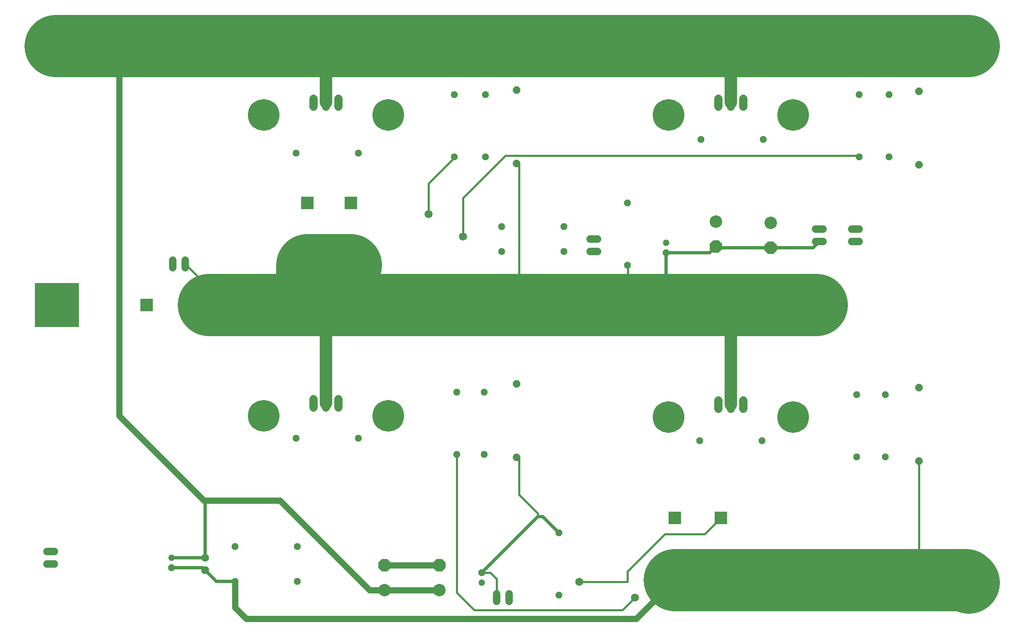
<source format=gbl>
G75*
G70*
%OFA0B0*%
%FSLAX24Y24*%
%IPPOS*%
%LPD*%
%AMOC8*
5,1,8,0,0,1.08239X$1,22.5*
%
%ADD10C,0.0660*%
%ADD11C,0.2540*%
%ADD12R,0.1000X0.1000*%
%ADD13C,0.0600*%
%ADD14R,0.3543X0.3543*%
%ADD15OC8,0.0560*%
%ADD16OC8,0.0600*%
%ADD17C,0.1000*%
%ADD18OC8,0.1000*%
%ADD19OC8,0.0630*%
%ADD20C,0.0630*%
%ADD21OC8,0.0520*%
%ADD22C,0.0520*%
%ADD23C,0.5000*%
%ADD24C,0.1000*%
%ADD25C,0.0160*%
%ADD26C,0.0500*%
%ADD27C,0.0250*%
%ADD28C,0.0650*%
D10*
X024101Y017871D02*
X024101Y018531D01*
X025101Y018531D02*
X025101Y017871D01*
X026101Y017871D02*
X026101Y018531D01*
X056601Y018431D02*
X056601Y017771D01*
X057601Y017771D02*
X057601Y018431D01*
X058601Y018431D02*
X058601Y017771D01*
X058601Y042021D02*
X058601Y042681D01*
X057601Y042681D02*
X057601Y042021D01*
X056601Y042021D02*
X056601Y042681D01*
X026101Y042681D02*
X026101Y042021D01*
X025101Y042021D02*
X025101Y042681D01*
X024101Y042681D02*
X024101Y042021D01*
D11*
X020101Y041351D03*
X030101Y041351D03*
X052601Y041351D03*
X062601Y041351D03*
X062601Y017101D03*
X052601Y017101D03*
X030101Y017201D03*
X020101Y017201D03*
D12*
X015701Y026101D03*
X010701Y026101D03*
X023601Y029301D03*
X027101Y029301D03*
X027101Y034301D03*
X023601Y034301D03*
X053101Y009001D03*
X056801Y009001D03*
X056801Y004001D03*
X053101Y004001D03*
D13*
X003301Y005301D02*
X002701Y005301D01*
X002701Y006301D02*
X003301Y006301D01*
X038801Y002901D02*
X038801Y002301D01*
X039801Y002301D02*
X039801Y002901D01*
X013801Y029101D02*
X013801Y029701D01*
X012801Y029701D02*
X012801Y029101D01*
X046301Y030401D02*
X046901Y030401D01*
X046901Y031401D02*
X046301Y031401D01*
X064401Y031201D02*
X065001Y031201D01*
X065001Y032201D02*
X064401Y032201D01*
X067301Y032201D02*
X067901Y032201D01*
X067901Y031201D02*
X067301Y031201D01*
D14*
X076701Y046901D03*
X076701Y003801D03*
X003501Y026101D03*
X003401Y046901D03*
D15*
X022701Y038301D03*
X027701Y038301D03*
X035401Y038001D03*
X037901Y038001D03*
X037901Y043001D03*
X035401Y043001D03*
X049301Y034301D03*
X044201Y032401D03*
X044201Y030401D03*
X049301Y029301D03*
X039201Y030401D03*
X039201Y032401D03*
X055201Y039401D03*
X060201Y039401D03*
X067901Y038001D03*
X070301Y038001D03*
X070301Y043001D03*
X067901Y043001D03*
X037801Y019101D03*
X035601Y019101D03*
X035601Y014101D03*
X037801Y014101D03*
X043801Y007801D03*
X043801Y002801D03*
X055101Y015201D03*
X060101Y015201D03*
X067701Y013901D03*
X070001Y013901D03*
X070001Y018901D03*
X067701Y018901D03*
X027701Y015401D03*
X022701Y015401D03*
X022801Y006701D03*
X022801Y003901D03*
X017801Y003901D03*
X017801Y006701D03*
D16*
X040401Y013851D03*
X040401Y019751D03*
X040401Y037451D03*
X040401Y043351D03*
X072701Y043251D03*
X072701Y037351D03*
X072701Y019451D03*
X072701Y013551D03*
D17*
X060801Y032701D03*
X056401Y032801D03*
X034201Y003201D03*
X029801Y003201D03*
D18*
X029801Y005201D03*
X034201Y005201D03*
X056401Y030801D03*
X060801Y030701D03*
D19*
X015401Y004801D03*
D20*
X015401Y005801D03*
D21*
X012701Y005001D03*
X037601Y004601D03*
X052401Y030301D03*
D22*
X052401Y031101D03*
X012701Y005801D03*
X037601Y003801D03*
D23*
X053101Y004001D02*
X056801Y004001D01*
X073001Y004001D01*
X076501Y004001D01*
X076701Y003801D01*
X064501Y026101D02*
X060851Y026101D01*
X049351Y026101D01*
X040601Y026101D01*
X025001Y026101D01*
X023601Y026101D01*
X023601Y029301D01*
X027101Y029301D01*
X023601Y026101D02*
X015701Y026101D01*
X008401Y046901D02*
X003401Y046901D01*
X008401Y046901D02*
X025101Y046901D01*
X057501Y046901D01*
X076701Y046901D01*
D24*
X057501Y046901D02*
X057501Y048901D01*
X057601Y048901D01*
X057601Y042351D01*
X057601Y026101D02*
X057601Y018101D01*
X057601Y026101D02*
X060851Y026101D01*
X025101Y026301D02*
X025101Y018201D01*
X025001Y026101D02*
X025001Y026301D01*
X025101Y026301D01*
X025101Y042351D02*
X025101Y046901D01*
D25*
X035401Y038001D02*
X035351Y037851D01*
X033351Y035851D01*
X033351Y033401D01*
X036101Y034701D02*
X036101Y031601D01*
X036101Y034701D02*
X039501Y038101D01*
X067851Y038101D01*
X067901Y038001D01*
X064851Y028351D02*
X064501Y026101D01*
X049351Y026101D02*
X049351Y029101D01*
X049301Y029301D01*
X040601Y026101D02*
X040601Y037351D01*
X040401Y037451D01*
X014851Y028351D02*
X015701Y026101D01*
X014851Y028351D02*
X013801Y029401D01*
X035601Y014101D02*
X035601Y003001D01*
X037001Y001601D01*
X048901Y001601D01*
X049901Y002601D01*
X049301Y003851D02*
X049301Y004701D01*
X052301Y007701D01*
X055501Y007701D01*
X056801Y009001D01*
X049301Y003851D02*
X045451Y003851D01*
X038801Y004101D02*
X038801Y002601D01*
X038801Y004101D02*
X038301Y004601D01*
X037601Y004601D01*
X042101Y009101D02*
X042101Y009351D01*
X040601Y010851D01*
X040601Y013851D01*
X040401Y013851D01*
X012701Y005801D02*
X012601Y005851D01*
X072701Y004301D02*
X073001Y004001D01*
X072701Y004301D02*
X072701Y013551D01*
D26*
X053101Y004001D02*
X050001Y000901D01*
X018701Y000901D01*
X017801Y001801D01*
X017801Y003901D01*
X015501Y010401D02*
X021401Y010401D01*
X028601Y003201D01*
X029801Y003201D01*
X034201Y003201D01*
X034201Y005201D02*
X029801Y005201D01*
X015501Y010401D02*
X015301Y010401D01*
X008501Y017201D01*
X008501Y046801D01*
X008401Y046901D01*
D27*
X052401Y030301D02*
X052401Y028351D01*
X064851Y028351D01*
X064201Y030701D02*
X060801Y030701D01*
X056501Y030701D01*
X056401Y030801D01*
X055901Y030301D01*
X052401Y030301D01*
X064201Y030701D02*
X064701Y031201D01*
X042501Y009101D02*
X042101Y009101D01*
X037601Y004601D01*
X042501Y009101D02*
X043801Y007801D01*
X017801Y003901D02*
X016301Y003901D01*
X015401Y004801D01*
X015201Y005001D01*
X012701Y005001D01*
X012701Y005801D02*
X015401Y005801D01*
X015401Y010301D01*
X015501Y010401D01*
D28*
X045451Y003851D03*
X049901Y002601D03*
X036101Y031601D03*
X033351Y033401D03*
M02*

</source>
